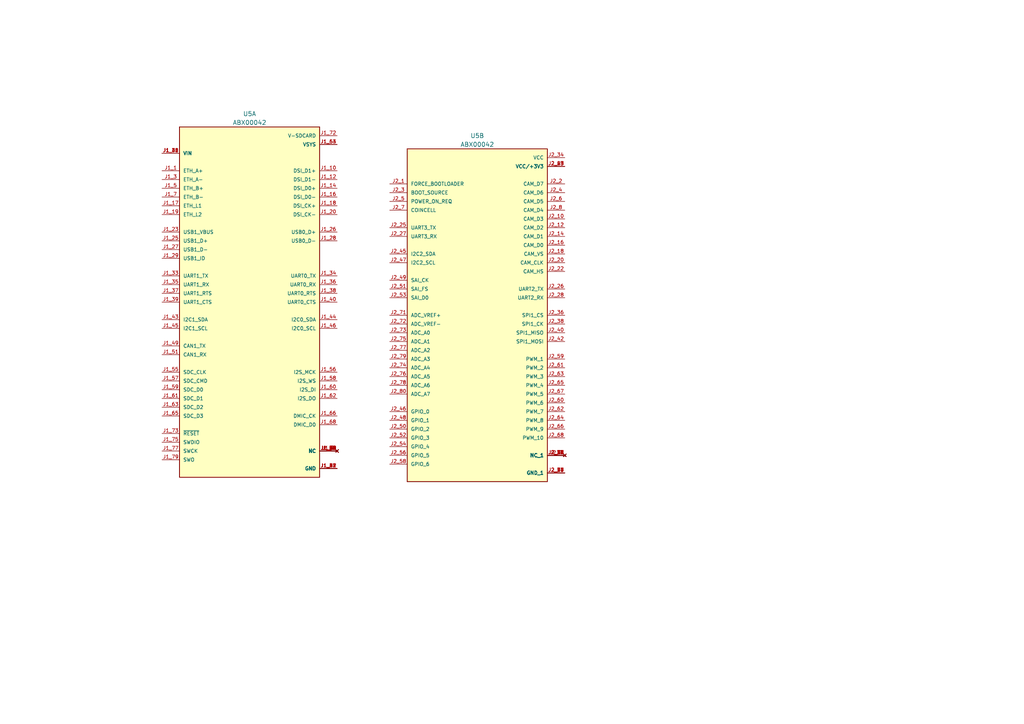
<source format=kicad_sch>
(kicad_sch (version 20230121) (generator eeschema)
  (paper "A4")
  (lib_symbols
    (symbol "DMATS_capstone:ABX00042" (pin_names (offset 1.016))
      (property "Reference" "U" (at -20.32 52.07 0))
      (property "Value" "ABX00042" (at -20.32 -53.34 0))
      (symbol "ABX00042_1_0"
        (rectangle (start -20.32 50.8) (end 20.32 -50.8) (stroke (width 0.254)) (fill (type background)))
        (pin input line (at -25.4 38.1 0) (length 5.08) (name "ETH_A+") (number "J1_1"))
        (pin bidirectional line (at 25.4 38.1 180) (length 5.08) (name "DSI_D1+") (number "J1_10"))
        (pin no_connect line (at 25.4 -43.18 180) (length 5.08) (name "NC") (number "J1_11"))
        (pin bidirectional line (at 25.4 35.56 180) (length 5.08) (name "DSI_D1-") (number "J1_12"))
        (pin no_connect line (at 25.4 -43.18 180) (length 5.08) (name "NC") (number "J1_13"))
        (pin bidirectional line (at 25.4 33.02 180) (length 5.08) (name "DSI_D0+") (number "J1_14"))
        (pin no_connect line (at 25.4 -43.18 180) (length 5.08) (name "NC") (number "J1_15"))
        (pin bidirectional line (at 25.4 30.48 180) (length 5.08) (name "DSI_D0-") (number "J1_16"))
        (pin output line (at -25.4 27.94 0) (length 5.08) (name "ETH_L1") (number "J1_17"))
        (pin bidirectional line (at 25.4 27.94 180) (length 5.08) (name "DSI_CK+") (number "J1_18"))
        (pin output line (at -25.4 25.4 0) (length 5.08) (name "ETH_L2") (number "J1_19"))
        (pin no_connect line (at 25.4 -43.18 180) (length 5.08) (name "NC") (number "J1_2"))
        (pin bidirectional line (at 25.4 25.4 180) (length 5.08) (name "DSI_CK-") (number "J1_20"))
        (pin input line (at -25.4 43.18 0) (length 5.08) (name "VIN") (number "J1_21"))
        (pin power_in line (at 25.4 -48.26 180) (length 5.08) (name "GND") (number "J1_22"))
        (pin power_in line (at -25.4 20.32 0) (length 5.08) (name "USB1_VBUS") (number "J1_23"))
        (pin no_connect line (at 25.4 -43.18 180) (length 5.08) (name "NC") (number "J1_24"))
        (pin bidirectional line (at -25.4 17.78 0) (length 5.08) (name "USB1_D+") (number "J1_25"))
        (pin bidirectional line (at 25.4 20.32 180) (length 5.08) (name "USB0_D+") (number "J1_26"))
        (pin bidirectional line (at -25.4 15.24 0) (length 5.08) (name "USB1_D-") (number "J1_27"))
        (pin bidirectional line (at 25.4 17.78 180) (length 5.08) (name "USB0_D-") (number "J1_28"))
        (pin bidirectional line (at -25.4 12.7 0) (length 5.08) (name "USB1_ID") (number "J1_29"))
        (pin input line (at -25.4 35.56 0) (length 5.08) (name "ETH_A-") (number "J1_3"))
        (pin no_connect line (at 25.4 -43.18 180) (length 5.08) (name "NC") (number "J1_30"))
        (pin power_in line (at 25.4 -48.26 180) (length 5.08) (name "GND") (number "J1_31"))
        (pin input line (at -25.4 43.18 0) (length 5.08) (name "VIN") (number "J1_32"))
        (pin output line (at -25.4 7.62 0) (length 5.08) (name "UART1_TX") (number "J1_33"))
        (pin output line (at 25.4 7.62 180) (length 5.08) (name "UART0_TX") (number "J1_34"))
        (pin input line (at -25.4 5.08 0) (length 5.08) (name "UART1_RX") (number "J1_35"))
        (pin input line (at 25.4 5.08 180) (length 5.08) (name "UART0_RX") (number "J1_36"))
        (pin bidirectional line (at -25.4 2.54 0) (length 5.08) (name "UART1_RTS") (number "J1_37"))
        (pin bidirectional line (at 25.4 2.54 180) (length 5.08) (name "UART0_RTS") (number "J1_38"))
        (pin bidirectional line (at -25.4 0 0) (length 5.08) (name "UART1_CTS") (number "J1_39"))
        (pin no_connect line (at 25.4 -43.18 180) (length 5.08) (name "NC") (number "J1_4"))
        (pin bidirectional line (at 25.4 0 180) (length 5.08) (name "UART0_CTS") (number "J1_40"))
        (pin input line (at -25.4 43.18 0) (length 5.08) (name "VIN") (number "J1_41"))
        (pin power_in line (at 25.4 -48.26 180) (length 5.08) (name "GND") (number "J1_42"))
        (pin bidirectional line (at -25.4 -5.08 0) (length 5.08) (name "I2C1_SDA") (number "J1_43"))
        (pin bidirectional line (at 25.4 -5.08 180) (length 5.08) (name "I2C0_SDA") (number "J1_44"))
        (pin input line (at -25.4 -7.62 0) (length 5.08) (name "I2C1_SCL") (number "J1_45"))
        (pin input line (at 25.4 -7.62 180) (length 5.08) (name "I2C0_SCL") (number "J1_46"))
        (pin power_in line (at 25.4 -48.26 180) (length 5.08) (name "GND") (number "J1_47"))
        (pin input line (at -25.4 43.18 0) (length 5.08) (name "VIN") (number "J1_48"))
        (pin output line (at -25.4 -12.7 0) (length 5.08) (name "CAN1_TX") (number "J1_49"))
        (pin input line (at -25.4 33.02 0) (length 5.08) (name "ETH_B+") (number "J1_5"))
        (pin no_connect line (at 25.4 -43.18 180) (length 5.08) (name "NC") (number "J1_50"))
        (pin input line (at -25.4 -15.24 0) (length 5.08) (name "CAN1_RX") (number "J1_51"))
        (pin no_connect line (at 25.4 -43.18 180) (length 5.08) (name "NC") (number "J1_52"))
        (pin power_in line (at 25.4 45.72 180) (length 5.08) (name "VSYS") (number "J1_53"))
        (pin power_in line (at 25.4 -48.26 180) (length 5.08) (name "GND") (number "J1_54"))
        (pin input line (at -25.4 -20.32 0) (length 5.08) (name "SDC_CLK") (number "J1_55"))
        (pin bidirectional line (at 25.4 -20.32 180) (length 5.08) (name "I2S_MCK") (number "J1_56"))
        (pin input line (at -25.4 -22.86 0) (length 5.08) (name "SDC_CMD") (number "J1_57"))
        (pin bidirectional line (at 25.4 -22.86 180) (length 5.08) (name "I2S_WS") (number "J1_58"))
        (pin bidirectional line (at -25.4 -25.4 0) (length 5.08) (name "SDC_D0") (number "J1_59"))
        (pin no_connect line (at 25.4 -43.18 180) (length 5.08) (name "NC") (number "J1_6"))
        (pin input line (at 25.4 -25.4 180) (length 5.08) (name "I2S_DI") (number "J1_60"))
        (pin bidirectional line (at -25.4 -27.94 0) (length 5.08) (name "SDC_D1") (number "J1_61"))
        (pin output line (at 25.4 -27.94 180) (length 5.08) (name "I2S_DO") (number "J1_62"))
        (pin bidirectional line (at -25.4 -30.48 0) (length 5.08) (name "SDC_D2") (number "J1_63"))
        (pin power_in line (at 25.4 45.72 180) (length 5.08) (name "VSYS") (number "J1_64"))
        (pin bidirectional line (at -25.4 -33.02 0) (length 5.08) (name "SDC_D3") (number "J1_65"))
        (pin bidirectional line (at 25.4 -33.02 180) (length 5.08) (name "DMIC_CK") (number "J1_66"))
        (pin no_connect line (at 25.4 -43.18 180) (length 5.08) (name "NC") (number "J1_67"))
        (pin bidirectional line (at 25.4 -35.56 180) (length 5.08) (name "DMIC_D0") (number "J1_68"))
        (pin no_connect line (at 25.4 -43.18 180) (length 5.08) (name "NC") (number "J1_69"))
        (pin input line (at -25.4 30.48 0) (length 5.08) (name "ETH_B-") (number "J1_7"))
        (pin no_connect line (at 25.4 -43.18 180) (length 5.08) (name "NC") (number "J1_70"))
        (pin no_connect line (at 25.4 -43.18 180) (length 5.08) (name "NC") (number "J1_71"))
        (pin power_in line (at 25.4 48.26 180) (length 5.08) (name "V-SDCARD") (number "J1_72"))
        (pin input line (at -25.4 -38.1 0) (length 5.08) (name "~{RESET}") (number "J1_73"))
        (pin no_connect line (at 25.4 -43.18 180) (length 5.08) (name "NC") (number "J1_74"))
        (pin bidirectional line (at -25.4 -40.64 0) (length 5.08) (name "SWDIO") (number "J1_75"))
        (pin no_connect line (at 25.4 -43.18 180) (length 5.08) (name "NC") (number "J1_76"))
        (pin input line (at -25.4 -43.18 0) (length 5.08) (name "SWCK") (number "J1_77"))
        (pin no_connect line (at 25.4 -43.18 180) (length 5.08) (name "NC") (number "J1_78"))
        (pin output line (at -25.4 -45.72 0) (length 5.08) (name "SWO") (number "J1_79"))
        (pin no_connect line (at 25.4 -43.18 180) (length 5.08) (name "NC") (number "J1_8"))
        (pin no_connect line (at 25.4 -43.18 180) (length 5.08) (name "NC") (number "J1_80"))
        (pin no_connect line (at 25.4 -43.18 180) (length 5.08) (name "NC") (number "J1_9"))
      )
      (symbol "ABX00042_2_0"
        (rectangle (start -20.32 -48.26) (end 20.32 48.26) (stroke (width 0.254)) (fill (type background)))
        (pin input line (at -25.4 38.1 0) (length 5.08) (name "FORCE_BOOTLOADER") (number "J2_1"))
        (pin bidirectional line (at 25.4 27.94 180) (length 5.08) (name "CAM_D3") (number "J2_10"))
        (pin no_connect line (at 25.4 -40.64 180) (length 5.08) (name "NC_1") (number "J2_11"))
        (pin bidirectional line (at 25.4 25.4 180) (length 5.08) (name "CAM_D2") (number "J2_12"))
        (pin no_connect line (at 25.4 -40.64 180) (length 5.08) (name "NC_1") (number "J2_13"))
        (pin bidirectional line (at 25.4 22.86 180) (length 5.08) (name "CAM_D1") (number "J2_14"))
        (pin no_connect line (at 25.4 -40.64 180) (length 5.08) (name "NC_1") (number "J2_15"))
        (pin bidirectional line (at 25.4 20.32 180) (length 5.08) (name "CAM_D0") (number "J2_16"))
        (pin no_connect line (at 25.4 -40.64 180) (length 5.08) (name "NC_1") (number "J2_17"))
        (pin bidirectional line (at 25.4 17.78 180) (length 5.08) (name "CAM_VS") (number "J2_18"))
        (pin no_connect line (at 25.4 -40.64 180) (length 5.08) (name "NC_1") (number "J2_19"))
        (pin bidirectional line (at 25.4 38.1 180) (length 5.08) (name "CAM_D7") (number "J2_2"))
        (pin bidirectional line (at 25.4 15.24 180) (length 5.08) (name "CAM_CLK") (number "J2_20"))
        (pin no_connect line (at 25.4 -40.64 180) (length 5.08) (name "NC_1") (number "J2_21"))
        (pin bidirectional line (at 25.4 12.7 180) (length 5.08) (name "CAM_HS") (number "J2_22"))
        (pin power_in line (at 25.4 43.18 180) (length 5.08) (name "VCC/+3V3") (number "J2_23"))
        (pin power_in line (at 25.4 -45.72 180) (length 5.08) (name "GND_1") (number "J2_24"))
        (pin output line (at -25.4 25.4 0) (length 5.08) (name "UART3_TX") (number "J2_25"))
        (pin output line (at 25.4 7.62 180) (length 5.08) (name "UART2_TX") (number "J2_26"))
        (pin input line (at -25.4 22.86 0) (length 5.08) (name "UART3_RX") (number "J2_27"))
        (pin input line (at 25.4 5.08 180) (length 5.08) (name "UART2_RX") (number "J2_28"))
        (pin no_connect line (at 25.4 -40.64 180) (length 5.08) (name "NC_1") (number "J2_29"))
        (pin input line (at -25.4 35.56 0) (length 5.08) (name "BOOT_SOURCE") (number "J2_3"))
        (pin no_connect line (at 25.4 -40.64 180) (length 5.08) (name "NC_1") (number "J2_30"))
        (pin no_connect line (at 25.4 -40.64 180) (length 5.08) (name "NC_1") (number "J2_31"))
        (pin no_connect line (at 25.4 -40.64 180) (length 5.08) (name "NC_1") (number "J2_32"))
        (pin power_in line (at 25.4 -45.72 180) (length 5.08) (name "GND_1") (number "J2_33"))
        (pin power_in line (at 25.4 45.72 180) (length 5.08) (name "VCC") (number "J2_34"))
        (pin no_connect line (at 25.4 -40.64 180) (length 5.08) (name "NC_1") (number "J2_35"))
        (pin input line (at 25.4 0 180) (length 5.08) (name "SPI1_CS") (number "J2_36"))
        (pin no_connect line (at 25.4 -40.64 180) (length 5.08) (name "NC_1") (number "J2_37"))
        (pin input line (at 25.4 -2.54 180) (length 5.08) (name "SPI1_CK") (number "J2_38"))
        (pin no_connect line (at 25.4 -40.64 180) (length 5.08) (name "NC_1") (number "J2_39"))
        (pin bidirectional line (at 25.4 35.56 180) (length 5.08) (name "CAM_D6") (number "J2_4"))
        (pin output line (at 25.4 -5.08 180) (length 5.08) (name "SPI1_MISO") (number "J2_40"))
        (pin no_connect line (at 25.4 -40.64 180) (length 5.08) (name "NC_1") (number "J2_41"))
        (pin input line (at 25.4 -7.62 180) (length 5.08) (name "SPI1_MOSI") (number "J2_42"))
        (pin power_in line (at 25.4 43.18 180) (length 5.08) (name "VCC/+3V3") (number "J2_43"))
        (pin power_in line (at 25.4 -45.72 180) (length 5.08) (name "GND_1") (number "J2_44"))
        (pin bidirectional line (at -25.4 17.78 0) (length 5.08) (name "I2C2_SDA") (number "J2_45"))
        (pin bidirectional line (at -25.4 -27.94 0) (length 5.08) (name "GPIO_0") (number "J2_46"))
        (pin input line (at -25.4 15.24 0) (length 5.08) (name "I2C2_SCL") (number "J2_47"))
        (pin bidirectional line (at -25.4 -30.48 0) (length 5.08) (name "GPIO_1") (number "J2_48"))
        (pin input line (at -25.4 10.16 0) (length 5.08) (name "SAI_CK") (number "J2_49"))
        (pin input line (at -25.4 33.02 0) (length 5.08) (name "POWER_ON_REQ") (number "J2_5"))
        (pin bidirectional line (at -25.4 -33.02 0) (length 5.08) (name "GPIO_2") (number "J2_50"))
        (pin bidirectional line (at -25.4 7.62 0) (length 5.08) (name "SAI_FS") (number "J2_51"))
        (pin bidirectional line (at -25.4 -35.56 0) (length 5.08) (name "GPIO_3") (number "J2_52"))
        (pin bidirectional line (at -25.4 5.08 0) (length 5.08) (name "SAI_D0") (number "J2_53"))
        (pin bidirectional line (at -25.4 -38.1 0) (length 5.08) (name "GPIO_4") (number "J2_54"))
        (pin no_connect line (at 25.4 -40.64 180) (length 5.08) (name "NC_1") (number "J2_55"))
        (pin bidirectional line (at -25.4 -40.64 0) (length 5.08) (name "GPIO_5") (number "J2_56"))
        (pin power_in line (at 25.4 -45.72 180) (length 5.08) (name "GND_1") (number "J2_57"))
        (pin bidirectional line (at -25.4 -43.18 0) (length 5.08) (name "GPIO_6") (number "J2_58"))
        (pin bidirectional line (at 25.4 -12.7 180) (length 5.08) (name "PWM_1") (number "J2_59"))
        (pin bidirectional line (at 25.4 33.02 180) (length 5.08) (name "CAM_D5") (number "J2_6"))
        (pin bidirectional line (at 25.4 -25.4 180) (length 5.08) (name "PWM_6") (number "J2_60"))
        (pin bidirectional line (at 25.4 -15.24 180) (length 5.08) (name "PWM_2") (number "J2_61"))
        (pin bidirectional line (at 25.4 -27.94 180) (length 5.08) (name "PWM_7") (number "J2_62"))
        (pin bidirectional line (at 25.4 -17.78 180) (length 5.08) (name "PWM_3") (number "J2_63"))
        (pin bidirectional line (at 25.4 -30.48 180) (length 5.08) (name "PWM_8") (number "J2_64"))
        (pin bidirectional line (at 25.4 -20.32 180) (length 5.08) (name "PWM_4") (number "J2_65"))
        (pin bidirectional line (at 25.4 -33.02 180) (length 5.08) (name "PWM_9") (number "J2_66"))
        (pin bidirectional line (at 25.4 -22.86 180) (length 5.08) (name "PWM_5") (number "J2_67"))
        (pin bidirectional line (at 25.4 -35.56 180) (length 5.08) (name "PWM_10") (number "J2_68"))
        (pin power_in line (at 25.4 43.18 180) (length 5.08) (name "VCC/+3V3") (number "J2_69"))
        (pin input line (at -25.4 30.48 0) (length 5.08) (name "COINCELL") (number "J2_7"))
        (pin power_in line (at 25.4 -45.72 180) (length 5.08) (name "GND_1") (number "J2_70"))
        (pin input line (at -25.4 0 0) (length 5.08) (name "ADC_VREF+") (number "J2_71"))
        (pin input line (at -25.4 -2.54 0) (length 5.08) (name "ADC_VREF-") (number "J2_72"))
        (pin input line (at -25.4 -5.08 0) (length 5.08) (name "ADC_A0") (number "J2_73"))
        (pin input line (at -25.4 -15.24 0) (length 5.08) (name "ADC_A4") (number "J2_74"))
        (pin input line (at -25.4 -7.62 0) (length 5.08) (name "ADC_A1") (number "J2_75"))
        (pin input line (at -25.4 -17.78 0) (length 5.08) (name "ADC_A5") (number "J2_76"))
        (pin input line (at -25.4 -10.16 0) (length 5.08) (name "ADC_A2") (number "J2_77"))
        (pin input line (at -25.4 -20.32 0) (length 5.08) (name "ADC_A6") (number "J2_78"))
        (pin input line (at -25.4 -12.7 0) (length 5.08) (name "ADC_A3") (number "J2_79"))
        (pin bidirectional line (at 25.4 30.48 180) (length 5.08) (name "CAM_D4") (number "J2_8"))
        (pin input line (at -25.4 -22.86 0) (length 5.08) (name "ADC_A7") (number "J2_80"))
        (pin no_connect line (at 25.4 -40.64 180) (length 5.08) (name "NC_1") (number "J2_9"))
      )
      (symbol "ABX00042_3_0"
        (rectangle (start -10.16 -30.48) (end 10.16 30.48) (stroke (width 0.254)) (fill (type background)))
        (pin power_in line (at 15.24 27.94 180) (length 5.08) (name "AREF") (number "JA1"))
        (pin bidirectional line (at 15.24 10.16 180) (length 5.08) (name "D1") (number "JA10"))
        (pin bidirectional line (at 15.24 7.62 180) (length 5.08) (name "D2") (number "JA11"))
        (pin bidirectional line (at 15.24 5.08 180) (length 5.08) (name "D3") (number "JA12"))
        (pin bidirectional line (at 15.24 2.54 180) (length 5.08) (name "D4") (number "JA13"))
        (pin bidirectional line (at 15.24 0 180) (length 5.08) (name "D5") (number "JA14"))
        (pin bidirectional line (at -15.24 12.7 0) (length 5.08) (name "A0_D15") (number "JA2"))
        (pin bidirectional line (at -15.24 10.16 0) (length 5.08) (name "A1_D16") (number "JA3"))
        (pin bidirectional line (at -15.24 7.62 0) (length 5.08) (name "A2_D17") (number "JA4"))
        (pin bidirectional line (at -15.24 5.08 0) (length 5.08) (name "A3_D18") (number "JA5"))
        (pin bidirectional line (at -15.24 2.54 0) (length 5.08) (name "A4_D19") (number "JA6"))
        (pin bidirectional line (at -15.24 0 0) (length 5.08) (name "A5_D20") (number "JA7"))
        (pin bidirectional line (at -15.24 -2.54 0) (length 5.08) (name "A6_D21") (number "JA8"))
        (pin bidirectional line (at 15.24 12.7 180) (length 5.08) (name "D0") (number "JA9"))
        (pin power_in line (at 15.24 25.4 180) (length 5.08) (name "+5V") (number "JD1"))
        (pin bidirectional line (at 15.24 -12.7 180) (length 5.08) (name "D10") (number "JD10"))
        (pin bidirectional line (at 15.24 -10.16 180) (length 5.08) (name "D9") (number "JD11"))
        (pin bidirectional line (at 15.24 -7.62 180) (length 5.08) (name "D8") (number "JD12"))
        (pin bidirectional line (at 15.24 -5.08 180) (length 5.08) (name "D7") (number "JD13"))
        (pin bidirectional line (at 15.24 -2.54 180) (length 5.08) (name "D6") (number "JD14"))
        (pin input line (at -15.24 17.78 0) (length 5.08) (name "VIN_1") (number "JD2"))
        (pin power_in line (at 15.24 22.86 180) (length 5.08) (name "+3V3") (number "JD3"))
        (pin power_in line (at 15.24 -27.94 180) (length 5.08) (name "GND_2") (number "JD4"))
        (pin input line (at -15.24 20.32 0) (length 5.08) (name "RESET_1") (number "JD5"))
        (pin bidirectional line (at 15.24 -22.86 180) (length 5.08) (name "D14") (number "JD6"))
        (pin bidirectional line (at 15.24 -20.32 180) (length 5.08) (name "D13") (number "JD7"))
        (pin bidirectional line (at 15.24 -17.78 180) (length 5.08) (name "D12") (number "JD8"))
        (pin bidirectional line (at 15.24 -15.24 180) (length 5.08) (name "D11") (number "JD9"))
      )
    )
  )
  (symbol (lib_id "DMATS_capstone:ABX00042") (at 138.43 91.44 0) (unit 2)
    (property "Reference" "U5" (at 138.43 39.37 0))
    (property "Value" "ABX00042" (at 138.43 41.91 0))
    (property "Footprint" "DMATS_capstone:MODULE_ABX00042" (effects hide))
    (property "MF" "Arduino" (effects hide))
    (property "Description" "\nDevelopment Boards & Kits - ARM Portenta H7 | Arduino ABX00042\n" (effects hide))
    (property "Package" "None" (effects hide))
    (property "Price" "None" (effects hide))
    (property "Check_prices" "https://www.snapeda.com/parts/ABX00042/Arduino/view-part/?ref=eda" (effects hide))
    (property "STANDARD" "Manufacturer Recommendations" (effects hide))
    (property "PARTREV" "2" (effects hide))
    (property "SnapEDA_Link" "https://www.snapeda.com/parts/ABX00042/Arduino/view-part/?ref=snap" (effects hide))
    (property "MP" "ABX00042" (effects hide))
    (property "Purchase-URL" "https://www.snapeda.com/api/url_track_click_mouser/?unipart_id=6801596&manufacturer=Arduino&part_name=ABX00042&search_term=None" (effects hide))
    (property "Availability" "In Stock" (effects hide))
    (property "MANUFACTURER" "Arduino" (effects hide))
    (instances (project "dmats_hw_v2_0" (path "" (reference "U5") (unit 2)) (path "" (reference "U4") (unit 2))))
  )
  (symbol (lib_id "DMATS_capstone:ABX00042") (at 72.39 87.63 0) (unit 1)
    (property "Reference" "U5" (at 72.39 33.02 0))
    (property "Value" "ABX00042" (at 72.39 35.56 0))
    (property "Footprint" "DMATS_capstone:MODULE_ABX00042" (effects hide))
    (property "MF" "Arduino" (effects hide))
    (property "Description" "\nDevelopment Boards & Kits - ARM Portenta H7 | Arduino ABX00042\n" (effects hide))
    (property "Package" "None" (effects hide))
    (property "Price" "None" (effects hide))
    (property "Check_prices" "https://www.snapeda.com/parts/ABX00042/Arduino/view-part/?ref=eda" (effects hide))
    (property "STANDARD" "Manufacturer Recommendations" (effects hide))
    (property "PARTREV" "2" (effects hide))
    (property "SnapEDA_Link" "https://www.snapeda.com/parts/ABX00042/Arduino/view-part/?ref=snap" (effects hide))
    (property "MP" "ABX00042" (effects hide))
    (property "Purchase-URL" "https://www.snapeda.com/api/url_track_click_mouser/?unipart_id=6801596&manufacturer=Arduino&part_name=ABX00042&search_term=None" (effects hide))
    (property "Availability" "In Stock" (effects hide))
    (property "MANUFACTURER" "Arduino" (effects hide))
    (instances (project "dmats_hw_v2_0" (path "" (reference "U5") (unit 1)) (path "" (reference "U4") (unit 1))))
  )
)
</source>
